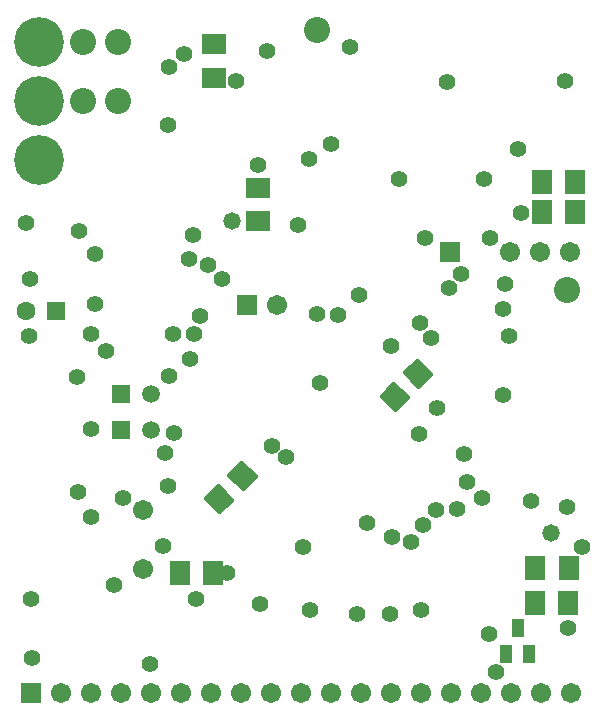
<source format=gbs>
%FSLAX43Y43*%
%MOMM*%
G71*
G01*
G75*
%ADD10C,0.300*%
%ADD11C,0.125*%
%ADD12O,2.000X1.000*%
%ADD13R,2.000X1.000*%
%ADD14R,1.800X1.600*%
%ADD15R,1.600X1.800*%
%ADD16R,0.600X2.150*%
%ADD17R,0.600X2.150*%
%ADD18R,1.450X0.550*%
%ADD19R,1.450X0.550*%
%ADD20R,0.600X2.200*%
%ADD21R,0.600X2.200*%
%ADD22R,0.600X1.700*%
%ADD23R,0.600X1.700*%
%ADD24C,0.400*%
%ADD25C,0.500*%
%ADD26R,1.400X1.400*%
%ADD27C,1.400*%
%ADD28C,4.000*%
%ADD29C,2.000*%
%ADD30C,1.500*%
%ADD31R,1.500X1.500*%
%ADD32R,1.300X1.300*%
%ADD33C,1.300*%
%ADD34C,1.200*%
%ADD35C,1.270*%
%ADD36R,0.850X1.300*%
%ADD37C,0.600*%
%ADD38O,2.203X1.203*%
%ADD39R,2.203X1.203*%
%ADD40R,2.003X1.803*%
%ADD41R,1.803X2.003*%
%ADD42R,0.803X2.353*%
%ADD43R,0.803X2.353*%
%ADD44R,1.653X0.753*%
%ADD45R,1.653X0.753*%
%ADD46R,0.803X2.403*%
%ADD47R,0.803X2.403*%
%ADD48R,0.803X1.903*%
%ADD49R,0.803X1.903*%
%ADD50R,1.603X1.603*%
%ADD51C,1.603*%
%ADD52C,4.203*%
%ADD53C,2.203*%
%ADD54C,1.703*%
%ADD55R,1.703X1.703*%
%ADD56R,1.503X1.503*%
%ADD57C,1.503*%
%ADD58C,1.403*%
%ADD59C,1.473*%
%ADD60R,1.053X1.503*%
D24*
X20042Y24442D02*
X18908Y25576D01*
X19900Y26568D01*
X21034Y25434D01*
X20042Y24442D01*
Y24914D02*
X19379Y25576D01*
X19900Y26097D01*
X20562Y25434D01*
X20042Y24914D01*
Y25385D02*
X19851Y25576D01*
X19900Y25625D01*
X20091Y25434D01*
X20042Y25385D01*
X19971Y25487D02*
Y25523D01*
X18062Y22462D02*
X16928Y23596D01*
X17920Y24588D01*
X19054Y23455D01*
X18062Y22462D01*
Y22934D02*
X17399Y23596D01*
X17920Y24117D01*
X18582Y23455D01*
X18062Y22934D01*
Y23405D02*
X17871Y23596D01*
X17920Y23645D01*
X18111Y23455D01*
X18062Y23405D01*
X17991Y23507D02*
Y23543D01*
X34897Y33098D02*
X33764Y34232D01*
X34756Y35224D01*
X35889Y34090D01*
X34897Y33098D01*
Y33569D02*
X34235Y34232D01*
X34756Y34752D01*
X35418Y34090D01*
X34897Y33569D01*
Y34041D02*
X34706Y34232D01*
X34756Y34281D01*
X34947Y34090D01*
X34897Y34041D01*
X34827Y34143D02*
Y34179D01*
X32917Y31118D02*
X31784Y32252D01*
X32776Y33244D01*
X33910Y32110D01*
X32917Y31118D01*
Y31589D02*
X32255Y32252D01*
X32776Y32772D01*
X33438Y32110D01*
X32917Y31589D01*
Y32061D02*
X32727Y32252D01*
X32776Y32301D01*
X32967Y32110D01*
X32917Y32061D01*
X32847Y32163D02*
Y32199D01*
D40*
X17618Y61988D02*
D03*
Y59188D02*
D03*
X21318Y49863D02*
D03*
Y47063D02*
D03*
D41*
X47587Y14693D02*
D03*
X44787D02*
D03*
X44813Y17682D02*
D03*
X47613Y17682D02*
D03*
X14713Y17257D02*
D03*
X17513D02*
D03*
X48138Y50382D02*
D03*
X45338Y50382D02*
D03*
X45362Y47793D02*
D03*
X48162Y47793D02*
D03*
D50*
X4189Y39433D02*
D03*
D51*
X1689D02*
D03*
D52*
X2800Y52200D02*
D03*
Y57200D02*
D03*
Y62200D02*
D03*
D53*
X6525Y62175D02*
D03*
Y57175D02*
D03*
X9500Y62225D02*
D03*
Y57225D02*
D03*
X26300Y63250D02*
D03*
X47500Y41225D02*
D03*
D54*
X45280Y7100D02*
D03*
X42740D02*
D03*
X47820D02*
D03*
X40200D02*
D03*
X37660D02*
D03*
X32580D02*
D03*
X30040D02*
D03*
X27500D02*
D03*
X24960D02*
D03*
X22420D02*
D03*
X19880D02*
D03*
X17340D02*
D03*
X14800D02*
D03*
X12260D02*
D03*
X9720D02*
D03*
X7180D02*
D03*
X4640D02*
D03*
X35120D02*
D03*
X47727Y44416D02*
D03*
X45187D02*
D03*
X42647D02*
D03*
X11575Y22617D02*
D03*
Y17617D02*
D03*
X22910Y39937D02*
D03*
D55*
X2100Y7100D02*
D03*
X37567Y44416D02*
D03*
X20370Y39937D02*
D03*
D56*
X9758Y32363D02*
D03*
Y29388D02*
D03*
D57*
X12258Y32363D02*
D03*
Y29388D02*
D03*
D58*
X38175Y22625D02*
D03*
X35975Y37175D02*
D03*
X33300Y50575D02*
D03*
X47450Y22800D02*
D03*
X9900Y23625D02*
D03*
X13800Y33950D02*
D03*
X21300Y51775D02*
D03*
X43300Y53125D02*
D03*
X40925Y45600D02*
D03*
X42100Y39575D02*
D03*
X42075Y32325D02*
D03*
X24750Y46725D02*
D03*
X21500Y14600D02*
D03*
X40500Y50575D02*
D03*
X1675Y46900D02*
D03*
X2000Y42100D02*
D03*
X13450Y27400D02*
D03*
X43625Y47700D02*
D03*
X44450Y23350D02*
D03*
X37475Y41400D02*
D03*
X38525Y42550D02*
D03*
X7525Y40000D02*
D03*
X7500Y44250D02*
D03*
X1975Y37300D02*
D03*
X13700Y24575D02*
D03*
X13250Y19500D02*
D03*
X2100Y15000D02*
D03*
X2200Y10025D02*
D03*
X12200Y9575D02*
D03*
X40850Y12100D02*
D03*
X16050Y15050D02*
D03*
X30575Y21500D02*
D03*
X6150Y46225D02*
D03*
X26600Y33350D02*
D03*
X23700Y27025D02*
D03*
X22500Y27975D02*
D03*
X25125Y19475D02*
D03*
X25700Y14075D02*
D03*
X14250Y29075D02*
D03*
X32687Y20250D02*
D03*
X34975Y29025D02*
D03*
X34250Y19850D02*
D03*
X29725Y13787D02*
D03*
X35275Y21275D02*
D03*
X32525Y13800D02*
D03*
X40250Y23550D02*
D03*
X36400Y22575D02*
D03*
X35150Y14075D02*
D03*
X36450Y31175D02*
D03*
X42250Y41700D02*
D03*
X18250Y42125D02*
D03*
X16400Y39000D02*
D03*
X39025Y24975D02*
D03*
X17075Y43300D02*
D03*
X15525Y35375D02*
D03*
X6000Y33800D02*
D03*
X6050Y24125D02*
D03*
X38800Y27300D02*
D03*
X15475Y43800D02*
D03*
X15900Y37450D02*
D03*
X8450Y36025D02*
D03*
X9125Y16225D02*
D03*
X7145Y29445D02*
D03*
X15800Y45900D02*
D03*
X14125Y37500D02*
D03*
X7225Y37450D02*
D03*
X7175Y21950D02*
D03*
X42550Y37293D02*
D03*
X26279Y39196D02*
D03*
X35500Y45600D02*
D03*
X41450Y8875D02*
D03*
X18700Y17200D02*
D03*
X47600Y12575D02*
D03*
X48725Y19475D02*
D03*
X47275Y58875D02*
D03*
X37285Y58800D02*
D03*
X13790Y60110D02*
D03*
X29110Y61760D02*
D03*
X22125Y61400D02*
D03*
X19425Y58875D02*
D03*
X15050Y61175D02*
D03*
X35000Y38400D02*
D03*
X29900Y40800D02*
D03*
X32625Y36425D02*
D03*
X25625Y52275D02*
D03*
X27475Y53525D02*
D03*
X28100Y39125D02*
D03*
X13675Y55200D02*
D03*
D59*
X46100Y20625D02*
D03*
X19100Y47050D02*
D03*
D60*
X43298Y12573D02*
D03*
X42348Y10373D02*
D03*
X44248D02*
D03*
M02*

</source>
